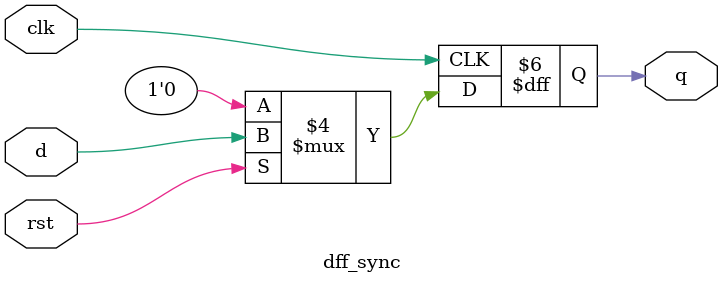
<source format=v>
module dff_sync(d,clk,rst,q);

input d;
input clk;
input rst;

output reg q;

always @(posedge clk )
begin
	if(!rst)
		q <= 0;
	else
		q <=d;
end

endmodule

</source>
